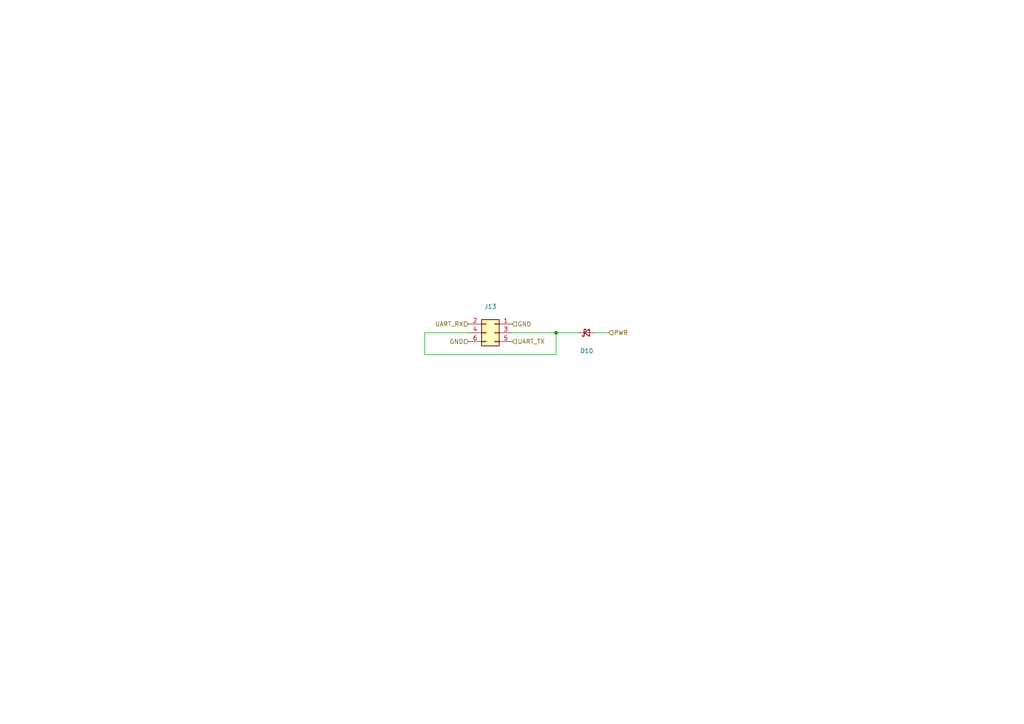
<source format=kicad_sch>
(kicad_sch (version 20211123) (generator eeschema)
  (paper "A4")
  (lib_symbols
    (symbol "Connector_Generic:Conn_02x03_Odd_Even" (pin_names (offset 1.016) hide)
      (property "Reference" "J" (at 1.27 5.08 0))
      (property "Value" "Conn_02x03_Odd_Even" (at 1.27 -5.08 0))
      (symbol "Conn_02x03_Odd_Even_1_1"
        (rectangle (start -1.27 -2.413) (end 0 -2.667) (stroke (width 0.1524)))
        (rectangle (start -1.27 0.127) (end 0 -0.127) (stroke (width 0.1524)))
        (rectangle (start -1.27 2.667) (end 0 2.413) (stroke (width 0.1524)))
        (rectangle (start -1.27 3.81) (end 3.81 -3.81) (stroke (width 0.254)) (fill (type background)))
        (rectangle (start 3.81 -2.413) (end 2.54 -2.667) (stroke (width 0.1524)))
        (rectangle (start 3.81 0.127) (end 2.54 -0.127) (stroke (width 0.1524)))
        (rectangle (start 3.81 2.667) (end 2.54 2.413) (stroke (width 0.1524)))
        (pin passive line (at -5.08 2.54 0) (length 3.81) (name "Pin_1") (number "1"))
        (pin passive line (at 7.62 2.54 180) (length 3.81) (name "Pin_2") (number "2"))
        (pin passive line (at -5.08 0 0) (length 3.81) (name "Pin_3") (number "3"))
        (pin passive line (at 7.62 0 180) (length 3.81) (name "Pin_4") (number "4"))
        (pin passive line (at -5.08 -2.54 0) (length 3.81) (name "Pin_5") (number "5"))
        (pin passive line (at 7.62 -2.54 180) (length 3.81) (name "Pin_6") (number "6"))
      )
    )
    (symbol "Device:D_Schottky_Small" (pin_numbers hide) (pin_names (offset 0.254) hide)
      (property "Reference" "D" (at -1.27 2.032 0))
      (property "Value" "D_Schottky_Small" (at -7.112 -2.032 0))
      (symbol "D_Schottky_Small_0_1"
        (polyline (pts (xy -0.762 0) (xy 0.762 0)))
        (polyline (pts (xy 0.762 -1.016) (xy -0.762 0) (xy 0.762 1.016) (xy 0.762 -1.016)) (stroke (width 0.254)))
        (polyline (pts (xy -1.27 0.762) (xy -1.27 1.016) (xy -0.762 1.016) (xy -0.762 -1.016) (xy -0.254 -1.016) (xy -0.254 -0.762)) (stroke (width 0.254)))
      )
      (symbol "D_Schottky_Small_1_1"
        (pin passive line (at -2.54 0 0) (length 1.778) (name "K") (number "1"))
        (pin passive line (at 2.54 0 180) (length 1.778) (name "A") (number "2"))
      )
    )
  )
  (junction (at 161.29 96.52))
  (wire (pts (xy 148.59 96.52) (xy 161.29 96.52)))
  (wire (pts (xy 161.29 96.52) (xy 161.29 102.87)))
  (wire (pts (xy 161.29 96.52) (xy 167.64 96.52)))
  (wire (pts (xy 135.89 96.52) (xy 123.19 96.52)))
  (wire (pts (xy 123.19 96.52) (xy 123.19 102.87)))
  (wire (pts (xy 123.19 102.87) (xy 161.29 102.87)))
  (wire (pts (xy 172.72 96.52) (xy 176.53 96.52)))
  (hierarchical_label "UART_RX" (shape input) (at 135.89 93.98 180))
  (hierarchical_label "GND" (shape input) (at 148.59 93.98 0))
  (hierarchical_label "GND" (shape input) (at 135.89 99.06 180))
  (hierarchical_label "PWR" (shape input) (at 176.53 96.52 0))
  (hierarchical_label "UART_TX" (shape input) (at 148.59 99.06 0))
  (symbol (lib_id "Connector_Generic:Conn_02x03_Odd_Even") (at 143.51 96.52 0) (mirror y) (unit 1)
    (property "Reference" "J13" (at 142.24 88.9 0))
    (property "MFR.Part #" "300R-6P" (effects hide))
    (property "Extended Part" "-" (effects hide))
    (property "JLCPCB Part #" "C146629" (effects hide))
  )
  (symbol (lib_id "Device:D_Schottky_Small") (at 170.18 96.52 0) (mirror x) (unit 1)
    (property "Reference" "D10" (at 170.18 101.7778 0))
    (property "Datasheet" "https://datasheet.lcsc.com/szlcsc/Changjiang-Electronics-Tech-CJ-B5819W_C8598.pdf" (effects hide))
    (property "MFR.Part #" "B5819W" (effects hide))
    (property "Extended Part" "-" (effects hide))
    (property "JLCPCB Part #" "C8598" (effects hide))
    (property "MPN" "SS1040_R1_00001" (effects hide))
  )
)
</source>
